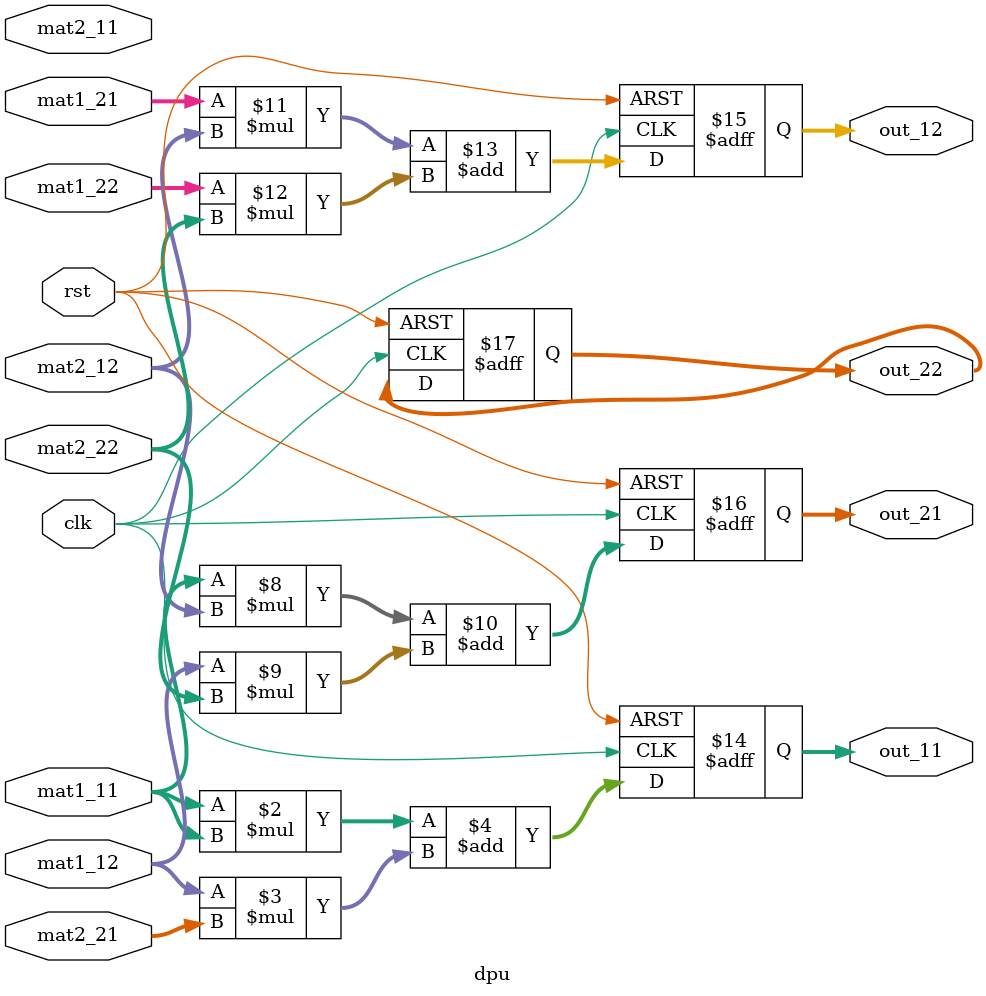
<source format=sv>
`timescale 1ns / 1ps


module dpu (


	input logic clk,
	input logic rst,
	input logic [15:0] mat1_11,
	input logic [15:0] mat1_12,
	input logic [15:0] mat1_21,
	input logic [15:0] mat1_22,

	input logic [15:0] mat2_11,
	input logic [15:0] mat2_12,
	input logic [15:0] mat2_21,
	input logic [15:0] mat2_22,

	output logic [32:0] out_11,
	output logic [32:0] out_12,
	output logic [32:0] out_21,
	output logic [32:0] out_22
);

always_ff @(posedge clk or posedge rst) begin 
	if(rst) begin
		out_11 <= 0;
		out_12 <= 0;
		out_21 <= 0;
		out_22 <= 0;
	end else begin
		out_11 <= (mat1_11*mat1_11 + mat1_12*mat2_21);
		out_12 <= (mat1_21*mat2_11 + mat1_22*mat2_21);
		out_21 <= (mat1_11*mat2_12 + mat1_12*mat2_22);
		out_12 <= (mat1_21*mat2_12 + mat1_22*mat2_22);
	end
end

endmodule : dpu
</source>
